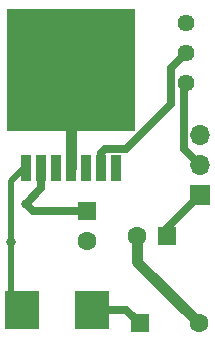
<source format=gbr>
%TF.GenerationSoftware,KiCad,Pcbnew,8.0.1-rc1*%
%TF.CreationDate,2024-10-01T19:24:00-07:00*%
%TF.ProjectId,LM2670SX-Carrier-SMD-inductor-ADJ,4c4d3236-3730-4535-982d-436172726965,rev?*%
%TF.SameCoordinates,Original*%
%TF.FileFunction,Copper,L1,Top*%
%TF.FilePolarity,Positive*%
%FSLAX46Y46*%
G04 Gerber Fmt 4.6, Leading zero omitted, Abs format (unit mm)*
G04 Created by KiCad (PCBNEW 8.0.1-rc1) date 2024-10-01 19:24:00*
%MOMM*%
%LPD*%
G01*
G04 APERTURE LIST*
%TA.AperFunction,ComponentPad*%
%ADD10R,1.700000X1.700000*%
%TD*%
%TA.AperFunction,ComponentPad*%
%ADD11O,1.700000X1.700000*%
%TD*%
%TA.AperFunction,ComponentPad*%
%ADD12R,1.600000X1.600000*%
%TD*%
%TA.AperFunction,ComponentPad*%
%ADD13C,1.600000*%
%TD*%
%TA.AperFunction,SMDPad,CuDef*%
%ADD14R,2.850000X3.300000*%
%TD*%
%TA.AperFunction,ComponentPad*%
%ADD15C,1.440000*%
%TD*%
%TA.AperFunction,SMDPad,CuDef*%
%ADD16R,0.910000X2.160000*%
%TD*%
%TA.AperFunction,SMDPad,CuDef*%
%ADD17R,10.800000X10.410000*%
%TD*%
%TA.AperFunction,ViaPad*%
%ADD18C,0.800000*%
%TD*%
%TA.AperFunction,Conductor*%
%ADD19C,0.635000*%
%TD*%
%TA.AperFunction,Conductor*%
%ADD20C,0.889000*%
%TD*%
%TA.AperFunction,Conductor*%
%ADD21C,0.508000*%
%TD*%
G04 APERTURE END LIST*
D10*
%TO.P,J1,1,Pin_1*%
%TO.N,+VDC*%
X188747700Y-101470200D03*
D11*
%TO.P,J1,2,Pin_2*%
%TO.N,Net-(J1-Pin_2)*%
X188747700Y-98930200D03*
%TO.P,J1,3,Pin_3*%
%TO.N,GND*%
X188747700Y-96390200D03*
%TD*%
D12*
%TO.P,C2,1*%
%TO.N,+VDC*%
X179156213Y-102879759D03*
D13*
%TO.P,C2,2*%
%TO.N,GND*%
X179156213Y-105379759D03*
%TD*%
D12*
%TO.P,C1,1*%
%TO.N,+VDC*%
X185897552Y-105000951D03*
D13*
%TO.P,C1,2*%
%TO.N,GND*%
X183397552Y-105000951D03*
%TD*%
D12*
%TO.P,C5,1*%
%TO.N,Net-(J1-Pin_2)*%
X183607426Y-112364040D03*
D13*
%TO.P,C5,2*%
%TO.N,GND*%
X188607426Y-112364040D03*
%TD*%
D14*
%TO.P,L2,1*%
%TO.N,Net-(IC1-SWITCH_OUTPUT)*%
X173645134Y-111214546D03*
%TO.P,L2,2*%
%TO.N,Net-(J1-Pin_2)*%
X179595134Y-111214546D03*
%TD*%
D15*
%TO.P,RV2,1,1*%
%TO.N,Net-(R1-Pad2)*%
X187506271Y-86965448D03*
%TO.P,RV2,2,2*%
%TO.N,Net-(IC1-FEEDBACK{slash}FB)*%
X187506271Y-89505448D03*
%TO.P,RV2,3,3*%
%TO.N,Net-(J1-Pin_2)*%
X187506271Y-92045448D03*
%TD*%
D16*
%TO.P,IC1,1,SWITCH_OUTPUT*%
%TO.N,Net-(IC1-SWITCH_OUTPUT)*%
X173990000Y-99210000D03*
%TO.P,IC1,2,INPUT*%
%TO.N,+VDC*%
X175260000Y-99210000D03*
%TO.P,IC1,3,CBOOST/CB*%
%TO.N,Net-(IC1-CBOOST{slash}CB)*%
X176530000Y-99210000D03*
%TO.P,IC1,4,GND*%
%TO.N,GND*%
X177800000Y-99210000D03*
%TO.P,IC1,5,SYNC*%
%TO.N,unconnected-(IC1-SYNC-Pad5)*%
X179070000Y-99210000D03*
%TO.P,IC1,6,FEEDBACK/FB*%
%TO.N,Net-(IC1-FEEDBACK{slash}FB)*%
X180340000Y-99210000D03*
%TO.P,IC1,7,ON/~{OFF}*%
%TO.N,unconnected-(IC1-ON{slash}~{OFF}-Pad7)*%
X181610000Y-99210000D03*
D17*
%TO.P,IC1,8,EP*%
%TO.N,GND*%
X177800000Y-90890000D03*
%TD*%
D18*
%TO.N,+VDC*%
X173946727Y-102225531D03*
%TO.N,GND*%
X181330993Y-93435911D03*
X177800000Y-99210000D03*
%TO.N,Net-(IC1-CBOOST{slash}CB)*%
X176530000Y-99210000D03*
%TO.N,Net-(IC1-SWITCH_OUTPUT)*%
X172722429Y-105450592D03*
X173990000Y-99210000D03*
%TD*%
D19*
%TO.N,+VDC*%
X179156213Y-102879759D02*
X174600955Y-102879759D01*
X173946727Y-102225531D02*
X175260000Y-100912258D01*
X175260000Y-100912258D02*
X175260000Y-99210000D01*
X185897552Y-105000951D02*
X185897552Y-104320348D01*
X174600955Y-102879759D02*
X173946727Y-102225531D01*
X185897552Y-104320348D02*
X188747700Y-101470200D01*
D20*
%TO.N,GND*%
X181330993Y-93435911D02*
X181243388Y-93523516D01*
X177800000Y-99210000D02*
X177800000Y-90890000D01*
X183397552Y-107154166D02*
X183397552Y-105000951D01*
X181243388Y-93523516D02*
X180433516Y-93523516D01*
X188607426Y-112364040D02*
X183397552Y-107154166D01*
D21*
%TO.N,Net-(IC1-SWITCH_OUTPUT)*%
X172722429Y-110291841D02*
X173645134Y-111214546D01*
X173990000Y-99210000D02*
X173789565Y-99210000D01*
X173789565Y-99210000D02*
X172722429Y-100277136D01*
X172722429Y-100277136D02*
X172722429Y-105450592D01*
X172722429Y-105450592D02*
X172722429Y-110291841D01*
D19*
%TO.N,Net-(J1-Pin_2)*%
X182457932Y-111214546D02*
X183607426Y-112364040D01*
X187380200Y-92171519D02*
X187380200Y-97562700D01*
X179595134Y-111214546D02*
X182457932Y-111214546D01*
X187380200Y-97562700D02*
X188747700Y-98930200D01*
%TO.N,Net-(IC1-FEEDBACK{slash}FB)*%
X182419031Y-97612500D02*
X186268771Y-93762760D01*
X180637500Y-97612500D02*
X182419031Y-97612500D01*
X186268771Y-90742948D02*
X187506271Y-89505448D01*
X186268771Y-93762760D02*
X186268771Y-90742948D01*
X180340000Y-97910000D02*
X180637500Y-97612500D01*
X180340000Y-99210000D02*
X180340000Y-97910000D01*
%TD*%
M02*

</source>
